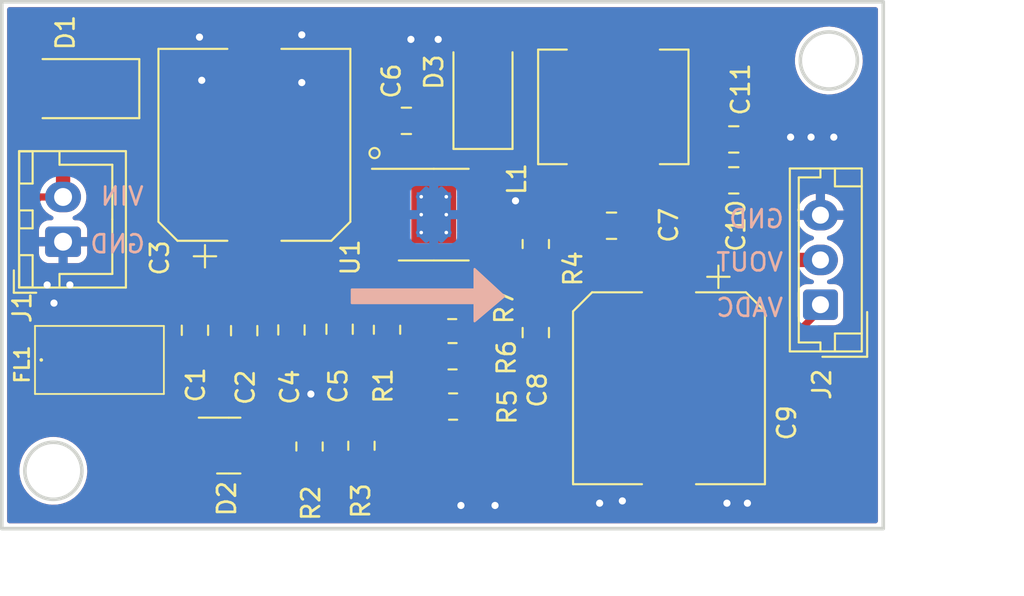
<source format=kicad_pcb>
(kicad_pcb (version 20211014) (generator pcbnew)
  (layers (0 "F.Cu" signal) (31 "B.Cu" signal) (34 "B.Paste" user) (35 "F.Paste" user) (36 "B.SilkS" user "B.Silkscreen") (37 "F.SilkS" user "F.Silkscreen") (38 "B.Mask" user) (39 "F.Mask" user) (44 "Edge.Cuts" user))
  (net 0 "")
  (net 1 "Net-(C1-Pad1)")
  (net 2 "GND")
  (net 3 "Net-(C6-Pad1)")
  (net 4 "Net-(C6-Pad2)")
  (net 5 "Net-(C7-Pad2)")
  (net 6 "Net-(C8-Pad2)")
  (net 7 "VDD")
  (net 8 "Net-(D1-Pad1)")
  (net 10 "/ADC")
  (net 11 "Net-(R1-Pad1)")
  (net 12 "Net-(R5-Pad2)")
  (net 13 "Net-(R6-Pad2)")
  (net 15 "/V_in")
  (footprint "Diode_SMD:D_SMA" (layer "F.Cu") (at 126.46 75.14 180)
    (fp_text reference "D1" (at 0.73 3.131 90) (layer "F.SilkS"))
    (fp_text value "PMEG6030")
    (fp_line (start -3.4 1.65) (end 2 1.65) (layer "F.SilkS") (width 0.12))
    (fp_line (start -3.4 -1.65) (end -3.4 1.65) (layer "F.SilkS") (width 0.12))
    (fp_line (start -3.4 -1.65) (end 2 -1.65) (layer "F.SilkS") (width 0.12))
    (pad "1" smd rect locked (at -2 0 180) (size 2.5 1.8) (layers "F.Cu" "F.Paste" "F.Mask") (net 8 "Net-(D1-Pad1)"))
    (pad "2" smd rect locked (at 2 0 180) (size 2.5 1.8) (layers "F.Cu" "F.Paste" "F.Mask") (net 15 "/V_in"))
  )
  (footprint "Resistor_SMD:R_0805_2012Metric_Pad1.20x1.40mm_HandSolder" (layer "F.Cu") (at 143.7 88.61 -90)
    (fp_text reference "R1" (at 3.14 0.21 90) (layer "F.SilkS"))
    (fp_text value "162K")
    (fp_line (start -0.227064 0.735) (end 0.227064 0.735) (layer "F.SilkS") (width 0.12))
    (fp_line (start -0.227064 -0.735) (end 0.227064 -0.735) (layer "F.SilkS") (width 0.12))
    (pad "1" smd roundrect locked (at -1 0 270) (size 1.2 1.4) (layers "F.Cu" "F.Paste" "F.Mask") (roundrect_rratio 0.2083333333) (net 11 "Net-(R1-Pad1)"))
    (pad "2" smd roundrect locked (at 1 0 270) (size 1.2 1.4) (layers "F.Cu" "F.Paste" "F.Mask") (roundrect_rratio 0.2083333333) (net 2 "GND"))
  )
  (footprint "Capacitor_SMD:C_0805_2012Metric_Pad1.18x1.45mm_HandSolder" (layer "F.Cu") (at 132.97 88.64 -90)
    (fp_text reference "C1" (at 3.05 -0.04 90) (layer "F.SilkS"))
    (fp_text value "10uF")
    (fp_line (start -0.261252 0.735) (end 0.261252 0.735) (layer "F.SilkS") (width 0.12))
    (fp_line (start -0.261252 -0.735) (end 0.261252 -0.735) (layer "F.SilkS") (width 0.12))
    (pad "1" smd roundrect locked (at -1.0375 0 270) (size 1.175 1.45) (layers "F.Cu" "F.Paste" "F.Mask") (roundrect_rratio 0.2127659574) (net 1 "Net-(C1-Pad1)"))
    (pad "2" smd roundrect locked (at 1.0375 0 270) (size 1.175 1.45) (layers "F.Cu" "F.Paste" "F.Mask") (roundrect_rratio 0.2127659574) (net 2 "GND"))
  )
  (footprint "Package_SO:SOIC-8-1EP_3.9x4.9mm_P1.27mm_EP2.514x3.2mm_ThermalVias" (layer "F.Cu") (at 146.31 82.18)
    (fp_text reference "U1" (at -4.66 2.39 90) (layer "F.SilkS"))
    (fp_text value "TPS54360DDA")
    (fp_line (start 0 2.56) (end 1.95 2.56) (layer "F.SilkS") (width 0.12))
    (fp_line (start 0 2.56) (end -1.95 2.56) (layer "F.SilkS") (width 0.12))
    (fp_line (start 0 -2.56) (end -3.45 -2.56) (layer "F.SilkS") (width 0.12))
    (fp_line (start 0 -2.56) (end 1.95 -2.56) (layer "F.SilkS") (width 0.12))
    (pad "1" smd roundrect locked (at -2.6375 -1.905) (size 1.625 0.6) (layers "F.Cu" "F.Paste" "F.Mask") (net 4 "Net-(C6-Pad2)"))
    (pad "2" smd roundrect locked (at -2.6375 -0.635) (size 1.625 0.6) (layers "F.Cu" "F.Paste" "F.Mask") (net 1 "Net-(C1-Pad1)"))
    (pad "3" smd roundrect locked (at -2.6375 0.635) (size 1.625 0.6) (layers "F.Cu" "F.Paste" "F.Mask"))
    (pad "4" smd roundrect locked (at -2.6375 1.905) (size 1.625 0.6) (layers "F.Cu" "F.Paste" "F.Mask") (net 11 "Net-(R1-Pad1)"))
    (pad "5" smd roundrect locked (at 2.6375 1.905) (size 1.625 0.6) (layers "F.Cu" "F.Paste" "F.Mask") (net 13 "Net-(R6-Pad2)"))
    (pad "6" smd roundrect locked (at 2.6375 0.635) (size 1.625 0.6) (layers "F.Cu" "F.Paste" "F.Mask") (net 5 "Net-(C7-Pad2)"))
    (pad "7" smd roundrect locked (at 2.6375 -0.635) (size 1.625 0.6) (layers "F.Cu" "F.Paste" "F.Mask") (net 2 "GND"))
    (pad "8" smd roundrect locked (at 2.6375 -1.905) (size 1.625 0.6) (layers "F.Cu" "F.Paste" "F.Mask") (net 3 "Net-(C6-Pad1)"))
    (pad "9" thru_hole circle locked (at 0.7 1) (size 0.5 0.5) (drill 0.2) (layers *.Cu) (net 2 "GND"))
    (pad "9" smd rect locked (at 0 0) (size 1.9 2.5) (layers "B.Cu") (net 2 "GND"))
    (pad "9" thru_hole circle locked (at -0.7 1) (size 0.5 0.5) (drill 0.2) (layers *.Cu) (net 2 "GND"))
    (pad "9" smd rect locked (at 0 0) (size 2.514 3.2) (layers "F.Cu" "F.Mask") (net 2 "GND"))
    (pad "9" thru_hole circle locked (at -0.7 0) (size 0.5 0.5) (drill 0.2) (layers *.Cu) (net 2 "GND"))
    (pad "9" thru_hole circle locked (at 0.7 -1) (size 0.5 0.5) (drill 0.2) (layers *.Cu) (net 2 "GND"))
    (pad "9" thru_hole circle locked (at 0.7 0) (size 0.5 0.5) (drill 0.2) (layers *.Cu) (net 2 "GND"))
    (pad "9" thru_hole circle locked (at -0.7 -1) (size 0.5 0.5) (drill 0.2) (layers *.Cu) (net 2 "GND"))
  )
  (footprint "Diode_SMD:D_SMA" (layer "F.Cu") (at 149.06 75.11 90)
    (fp_text reference "D3" (at 0.89 -2.74 90) (layer "F.SilkS"))
    (fp_text value "PMEG6030")
    (fp_line (start -3.4 1.65) (end 2 1.65) (layer "F.SilkS") (width 0.12))
    (fp_line (start -3.4 -1.65) (end 2 -1.65) (layer "F.SilkS") (width 0.12))
    (fp_line (start -3.4 -1.65) (end -3.4 1.65) (layer "F.SilkS") (width 0.12))
    (pad "1" smd rect locked (at -2 0 90) (size 2.5 1.8) (layers "F.Cu" "F.Paste" "F.Mask") (net 3 "Net-(C6-Pad1)"))
    (pad "2" smd rect locked (at 2 0 90) (size 2.5 1.8) (layers "F.Cu" "F.Paste" "F.Mask") (net 2 "GND"))
  )
  (footprint "Capacitor_SMD:C_0805_2012Metric_Pad1.18x1.45mm_HandSolder" (layer "F.Cu") (at 156.24 82.8 180)
    (fp_text reference "C7" (at -3.2 0.03 90) (layer "F.SilkS"))
    (fp_text value "39p")
    (fp_line (start -0.261252 0.735) (end 0.261252 0.735) (layer "F.SilkS") (width 0.12))
    (fp_line (start -0.261252 -0.735) (end 0.261252 -0.735) (layer "F.SilkS") (width 0.12))
    (pad "1" smd roundrect locked (at -1.0375 0 180) (size 1.175 1.45) (layers "F.Cu" "F.Paste" "F.Mask") (roundrect_rratio 0.2127659574) (net 2 "GND"))
    (pad "2" smd roundrect locked (at 1.0375 0 180) (size 1.175 1.45) (layers "F.Cu" "F.Paste" "F.Mask") (roundrect_rratio 0.2127659574) (net 5 "Net-(C7-Pad2)"))
  )
  (footprint "Capacitor_SMD:C_0805_2012Metric_Pad1.18x1.45mm_HandSolder" (layer "F.Cu") (at 152.01 88.77 90)
    (fp_text reference "C8" (at -3.21 0.09 90) (layer "F.SilkS"))
    (fp_text value "6.8nF")
    (fp_line (start -0.261252 0.735) (end 0.261252 0.735) (layer "F.SilkS") (width 0.12))
    (fp_line (start -0.261252 -0.735) (end 0.261252 -0.735) (layer "F.SilkS") (width 0.12))
    (pad "1" smd roundrect locked (at -1.0375 0 90) (size 1.175 1.45) (layers "F.Cu" "F.Paste" "F.Mask") (roundrect_rratio 0.2127659574) (net 2 "GND"))
    (pad "2" smd roundrect locked (at 1.0375 0 90) (size 1.175 1.45) (layers "F.Cu" "F.Paste" "F.Mask") (roundrect_rratio 0.2127659574) (net 6 "Net-(C8-Pad2)"))
  )
  (footprint "Capacitor_SMD:C_0805_2012Metric_Pad1.18x1.45mm_HandSolder" (layer "F.Cu") (at 163.068 77.978)
    (fp_text reference "C11" (at 0.381 -2.794 90) (layer "F.SilkS"))
    (fp_text value "0.1uF")
    (fp_line (start -0.261252 -0.735) (end 0.261252 -0.735) (layer "F.SilkS") (width 0.12))
    (fp_line (start -0.261252 0.735) (end 0.261252 0.735) (layer "F.SilkS") (width 0.12))
    (pad "1" smd roundrect locked (at -1.0375 0) (size 1.175 1.45) (layers "F.Cu" "F.Paste" "F.Mask") (roundrect_rratio 0.2127659574) (net 7 "VDD"))
    (pad "2" smd roundrect locked (at 1.0375 0) (size 1.175 1.45) (layers "F.Cu" "F.Paste" "F.Mask") (roundrect_rratio 0.2127659574) (net 2 "GND"))
  )
  (footprint "Capacitor_SMD:C_0805_2012Metric_Pad1.18x1.45mm_HandSolder" (layer "F.Cu") (at 138.36 88.62 -90)
    (fp_text reference "C4" (at 3.19 0.09 90) (layer "F.SilkS"))
    (fp_text value "10uF")
    (fp_line (start -0.261252 0.735) (end 0.261252 0.735) (layer "F.SilkS") (width 0.12))
    (fp_line (start -0.261252 -0.735) (end 0.261252 -0.735) (layer "F.SilkS") (width 0.12))
    (pad "1" smd roundrect locked (at -1.0375 0 270) (size 1.175 1.45) (layers "F.Cu" "F.Paste" "F.Mask") (roundrect_rratio 0.2127659574) (net 1 "Net-(C1-Pad1)"))
    (pad "2" smd roundrect locked (at 1.0375 0 270) (size 1.175 1.45) (layers "F.Cu" "F.Paste" "F.Mask") (roundrect_rratio 0.2127659574) (net 2 "GND"))
  )
  (footprint "Capacitor_SMD:CP_Elec_10x14.3" (layer "F.Cu") (at 136.29 78.28 90)
    (fp_text reference "C3" (at -6.32 -5.29 90) (layer "F.SilkS"))
    (fp_text value "220uF/50V")
    (fp_line (start -4.295563 -5.36) (end 5.36 -5.36) (layer "F.SilkS") (width 0.12))
    (fp_line (start -5.36 4.295563) (end -4.295563 5.36) (layer "F.SilkS") (width 0.12))
    (fp_line (start -6.225 -3.385) (end -6.225 -2.135) (layer "F.SilkS") (width 0.12))
    (fp_line (start -5.36 -4.295563) (end -4.295563 -5.36) (layer "F.SilkS") (width 0.12))
    (fp_line (start 5.36 -5.36) (end 5.36 -1.51) (layer "F.SilkS") (width 0.12))
    (fp_line (start 5.36 5.36) (end 5.36 1.51) (layer "F.SilkS") (width 0.12))
    (fp_line (start -5.36 -4.295563) (end -5.36 -1.51) (layer "F.SilkS") (width 0.12))
    (fp_line (start -6.85 -2.76) (end -5.6 -2.76) (layer "F.SilkS") (width 0.12))
    (fp_line (start -5.36 4.295563) (end -5.36 1.51) (layer "F.SilkS") (width 0.12))
    (fp_line (start -4.295563 5.36) (end 5.36 5.36) (layer "F.SilkS") (width 0.12))
    (pad "1" smd roundrect locked (at -4.2 0 90) (size 4.4 2.5) (layers "F.Cu" "F.Paste" "F.Mask") (roundrect_rratio 0.1) (net 1 "Net-(C1-Pad1)"))
    (pad "2" smd roundrect locked (at 4.2 0 90) (size 4.4 2.5) (layers "F.Cu" "F.Paste" "F.Mask") (roundrect_rratio 0.1) (net 2 "GND"))
  )
  (footprint "Connector_JST:JST_EH_B3B-EH-A_1x03_P2.50mm_Vertical" (layer "F.Cu") (at 167.91 87.21 90)
    (fp_text reference "J2" (at -4.45 0.08 90) (layer "F.SilkS"))
    (fp_text value "Conn_01x03")
    (fp_line (start 7.11 0) (end 7.61 0) (layer "F.SilkS") (width 0.12))
    (fp_line (start -2.11 0) (end -2.11 -1.21) (layer "F.SilkS") (width 0.12))
    (fp_line (start 7.61 0.81) (end 6.61 0.81) (layer "F.SilkS") (width 0.12))
    (fp_line (start -2.61 0) (end -2.11 0) (layer "F.SilkS") (width 0.12))
    (fp_line (start -1.61 0.81) (end -1.61 2.31) (layer "F.SilkS") (width 0.12))
    (fp_line (start 6.61 0.81) (end 6.61 2.31) (layer "F.SilkS") (width 0.12))
    (fp_line (start 7.11 -1.21) (end 7.11 0) (layer "F.SilkS") (width 0.12))
    (fp_line (start -2.91 0.11) (end -2.91 2.61) (layer "F.SilkS") (width 0.12))
    (fp_line (start -2.11 -1.21) (end 7.11 -1.21) (layer "F.SilkS") (width 0.12))
    (fp_line (start 7.61 2.31) (end 7.61 -1.71) (layer "F.SilkS") (width 0.12))
    (fp_line (start 7.61 -1.71) (end -2.61 -1.71) (layer "F.SilkS") (width 0.12))
    (fp_line (start -2.61 -1.71) (end -2.61 2.31) (layer "F.SilkS") (width 0.12))
    (fp_line (start -2.61 2.31) (end 7.61 2.31) (layer "F.SilkS") (width 0.12))
    (fp_line (start -2.61 0.81) (end -1.61 0.81) (layer "F.SilkS") (width 0.12))
    (fp_line (start -2.91 2.61) (end -0.41 2.61) (layer "F.SilkS") (width 0.12))
    (pad "1" thru_hole roundrect locked (at 0 0 90) (size 1.7 1.95) (drill 0.95) (layers *.Cu *.Mask) (roundrect_rratio 0.1470588235) (net 10 "/ADC"))
    (pad "2" thru_hole oval locked (at 2.5 0 90) (size 1.7 1.95) (drill 0.95) (layers *.Cu *.Mask) (net 7 "VDD"))
    (pad "3" thru_hole oval locked (at 5 0 90) (size 1.7 1.95) (drill 0.95) (layers *.Cu *.Mask) (net 2 "GND"))
  )
  (footprint "Apogee:EMI_Filter_NFM41CC102R2A3L" (layer "F.Cu") (at 127.635 90.297)
    (fp_text reference "FL1" (at -4.318 0.254 90) (layer "F.SilkS") (effects (font (size 0.8 0.8))))
    (fp_text value "DSS6" hide)
    (fp_line (start -3.6 1.9) (end -3.6 -1.9) (layer "F.SilkS") (width 0.1))
    (fp_line (start -3.6 -1.9) (end 3.6 -1.9) (layer "F.SilkS") (width 0.1))
    (fp_line (start -3.2 0) (end -3.2 0) (layer "F.SilkS") (width 0.1))
    (fp_line (start 3.6 -1.9) (end 3.6 1.9) (layer "F.SilkS") (width 0.1))
    (fp_line (start 3.6 1.9) (end -3.6 1.9) (layer "F.SilkS") (width 0.1))
    (fp_line (start -3.3 0) (end -3.3 0) (layer "F.SilkS") (width 0.1))
    (fp_arc (start -3.2 0) (mid -3.25 0.05) (end -3.3 0) (layer "F.SilkS") (width 0.1))
    (fp_arc (start -3.3 0) (mid -3.25 -0.05) (end -3.2 0) (layer "F.SilkS") (width 0.1))
    (pad "1" smd rect locked (at -2.375 0 90) (size 1.2 1.25) (layers "F.Cu" "F.Paste" "F.Mask") (net 8 "Net-(D1-Pad1)"))
    (pad "2" smd rect locked (at 0 0.8 90) (size 1 1.5) (layers "F.Cu" "F.Paste" "F.Mask") (net 2 "GND"))
    (pad "3" smd rect locked (at 2.375 0 90) (size 1.2 1.25) (layers "F.Cu" "F.Paste" "F.Mask") (net 1 "Net-(C1-Pad1)"))
    (pad "4" smd rect locked (at 0 -0.8 90) (size 1 1.5) (layers "F.Cu" "F.Paste" "F.Mask") (net 2 "GND"))
  )
  (footprint "Capacitor_SMD:C_0805_2012Metric_Pad1.18x1.45mm_HandSolder" (layer "F.Cu") (at 144.78 76.94 180)
    (fp_text reference "C6" (at 0.84 2.22 90) (layer "F.SilkS"))
    (fp_text value "0.1uF")
    (fp_line (start -0.261252 0.735) (end 0.261252 0.735) (layer "F.SilkS") (width 0.12))
    (fp_line (start -0.261252 -0.735) (end 0.261252 -0.735) (layer "F.SilkS") (width 0.12))
    (pad "1" smd roundrect locked (at -1.0375 0 180) (size 1.175 1.45) (layers "F.Cu" "F.Paste" "F.Mask") (roundrect_rratio 0.2127659574) (net 3 "Net-(C6-Pad1)"))
    (pad "2" smd roundrect locked (at 1.0375 0 180) (size 1.175 1.45) (layers "F.Cu" "F.Paste" "F.Mask") (roundrect_rratio 0.2127659574) (net 4 "Net-(C6-Pad2)"))
  )
  (footprint "Capacitor_SMD:C_0805_2012Metric_Pad1.18x1.45mm_HandSolder" (layer "F.Cu") (at 163.068 80.264)
    (fp_text reference "C10" (at 0.127 2.54 90) (layer "F.SilkS"))
    (fp_text value "10uF")
    (fp_line (start -0.261252 -0.735) (end 0.261252 -0.735) (layer "F.SilkS") (width 0.12))
    (fp_line (start -0.261252 0.735) (end 0.261252 0.735) (layer "F.SilkS") (width 0.12))
    (pad "1" smd roundrect locked (at -1.0375 0) (size 1.175 1.45) (layers "F.Cu" "F.Paste" "F.Mask") (roundrect_rratio 0.2127659574) (net 7 "VDD"))
    (pad "2" smd roundrect locked (at 1.0375 0) (size 1.175 1.45) (layers "F.Cu" "F.Paste" "F.Mask") (roundrect_rratio 0.2127659574) (net 2 "GND"))
  )
  (footprint "Inductor_SMD:L_Neosid_Ms85" (layer "F.Cu") (at 156.34 76.16 90)
    (fp_text reference "L1" (at -4.03 -5.39 90) (layer "F.SilkS"))
    (fp_text value "8.2uH/3A")
    (fp_line (start -3.2 2.6) (end -3.2 4.2) (layer "F.SilkS") (width 0.12))
    (fp_line (start 3.2 -4.2) (end -3.2 -4.2) (layer "F.SilkS") (width 0.12))
    (fp_line (start -3.2 -4.2) (end -3.2 -2.6) (layer "F.SilkS") (width 0.12))
    (fp_line (start 3.2 -2.6) (end 3.2 -4.2) (layer "F.SilkS") (width 0.12))
    (fp_line (start 3.2 4.2) (end 3.2 2.6) (layer "F.SilkS") (width 0.12))
    (fp_line (start -3.2 4.2) (end 3.2 4.2) (layer "F.SilkS") (width 0.12))
    (pad "1" smd rect locked (at -3.4 0 90) (size 2.25 4.5) (layers "F.Cu" "F.Paste" "F.Mask") (net 3 "Net-(C6-Pad1)"))
    (pad "2" smd rect locked (at 3.4 0 90) (size 2.25 4.5) (layers "F.Cu" "F.Paste" "F.Mask") (net 7 "VDD"))
  )
  (footprint "Resistor_SMD:R_0805_2012Metric_Pad1.20x1.40mm_HandSolder" (layer "F.Cu") (at 147.34 87.28 180)
    (fp_text reference "R7" (at -2.9 -0.03 90) (layer "F.SilkS"))
    (fp_text value "10K")
    (fp_line (start -0.227064 0.735) (end 0.227064 0.735) (layer "F.SilkS") (width 0.12))
    (fp_line (start -0.227064 -0.735) (end 0.227064 -0.735) (layer "F.SilkS") (width 0.12))
    (pad "1" smd roundrect locked (at -1 0 180) (size 1.2 1.4) (layers "F.Cu" "F.Paste" "F.Mask") (roundrect_rratio 0.2083333333) (net 13 "Net-(R6-Pad2)"))
    (pad "2" smd roundrect locked (at 1 0 180) (size 1.2 1.4) (layers "F.Cu" "F.Paste" "F.Mask") (roundrect_rratio 0.2083333333) (net 2 "GND"))
  )
  (footprint "Capacitor_SMD:C_0805_2012Metric_Pad1.18x1.45mm_HandSolder" (layer "F.Cu") (at 141.05 88.58 -90)
    (fp_text reference "C5" (at 3.18 0.08 90) (layer "F.SilkS"))
    (fp_text value "0.1uF")
    (fp_line (start -0.261252 -0.735) (end 0.261252 -0.735) (layer "F.SilkS") (width 0.12))
    (fp_line (start -0.261252 0.735) (end 0.261252 0.735) (layer "F.SilkS") (width 0.12))
    (pad "1" smd roundrect locked (at -1.0375 0 270) (size 1.175 1.45) (layers "F.Cu" "F.Paste" "F.Mask") (roundrect_rratio 0.2127659574) (net 1 "Net-(C1-Pad1)"))
    (pad "2" smd roundrect locked (at 1.0375 0 270) (size 1.175 1.45) (layers "F.Cu" "F.Paste" "F.Mask") (roundrect_rratio 0.2127659574) (net 2 "GND"))
  )
  (footprint "Resistor_SMD:R_0805_2012Metric_Pad1.20x1.40mm_HandSolder" (layer "F.Cu") (at 142.27 95.09 -90)
    (fp_text reference "R3" (at 3.081 0.03 -90) (layer "F.SilkS"))
    (fp_text value "0")
    (fp_line (start -0.227064 -0.735) (end 0.227064 -0.735) (layer "F.SilkS") (width 0.12))
    (fp_line (start -0.227064 0.735) (end 0.227064 0.735) (layer "F.SilkS") (width 0.12))
    (pad "1" smd roundrect locked (at -1 0 270) (size 1.2 1.4) (layers "F.Cu" "F.Paste" "F.Mask") (roundrect_rratio 0.2083333333) (net 10 "/ADC"))
    (pad "2" smd roundrect locked (at 1 0 270) (size 1.2 1.4) (layers "F.Cu" "F.Paste" "F.Mask") (roundrect_rratio 0.2083333333) (net 2 "GND"))
  )
  (footprint "Package_TO_SOT_SMD:SOT-23" (layer "F.Cu") (at 134.86 95.08)
    (fp_text reference "D2" (at -0.113 2.964 270) (layer "F.SilkS"))
    (fp_text value "BAT54S")
    (fp_line (start 0 1.56) (end 0.65 1.56) (layer "F.SilkS") (width 0.12))
    (fp_line (start 0 -1.56) (end 0.65 -1.56) (layer "F.SilkS") (width 0.12))
    (fp_line (start 0 1.56) (end -0.65 1.56) (layer "F.SilkS") (width 0.12))
    (fp_line (start 0 -1.56) (end -1.675 -1.56) (layer "F.SilkS") (width 0.12))
    (pad "1" smd roundrect locked (at -0.9375 -0.95) (size 1.475 0.6) (layers "F.Cu" "F.Paste" "F.Mask"))
    (pad "2" smd roundrect locked (at -0.9375 0.95) (size 1.475 0.6) (layers "F.Cu" "F.Paste" "F.Mask") (net 15 "/V_in"))
    (pad "3" smd roundrect locked (at 0.9375 0) (size 1.475 0.6) (layers "F.Cu" "F.Paste" "F.Mask") (net 2 "GND"))
  )
  (footprint "Resistor_SMD:R_0805_2012Metric_Pad1.20x1.40mm_HandSolder" (layer "F.Cu") (at 139.37 95.13 90)
    (fp_text reference "R2" (at -3.168 0.076 270) (layer "F.SilkS"))
    (fp_text value "0")
    (fp_line (start -0.227064 0.735) (end 0.227064 0.735) (layer "F.SilkS") (width 0.12))
    (fp_line (start -0.227064 -0.735) (end 0.227064 -0.735) (layer "F.SilkS") (width 0.12))
    (pad "1" smd roundrect locked (at -1 0 90) (size 1.2 1.4) (layers "F.Cu" "F.Paste" "F.Mask") (roundrect_rratio 0.2083333333) (net 15 "/V_in"))
    (pad "2" smd roundrect locked (at 1 0 90) (size 1.2 1.4) (layers "F.Cu" "F.Paste" "F.Mask") (roundrect_rratio 0.2083333333) (net 10 "/ADC"))
  )
  (footprint "Capacitor_SMD:C_0805_2012Metric_Pad1.18x1.45mm_HandSolder" (layer "F.Cu") (at 135.72 88.66 -90)
    (fp_text reference "C2" (at 3.17 -0.07 90) (layer "F.SilkS"))
    (fp_text value "0.1uF")
    (fp_line (start -0.261252 -0.735) (end 0.261252 -0.735) (layer "F.SilkS") (width 0.12))
    (fp_line (start -0.261252 0.735) (end 0.261252 0.735) (layer "F.SilkS") (width 0.12))
    (pad "1" smd roundrect locked (at -1.0375 0 270) (size 1.175 1.45) (layers "F.Cu" "F.Paste" "F.Mask") (roundrect_rratio 0.2127659574) (net 1 "Net-(C1-Pad1)"))
    (pad "2" smd roundrect locked (at 1.0375 0 270) (size 1.175 1.45) (layers "F.Cu" "F.Paste" "F.Mask") (roundrect_rratio 0.2127659574) (net 2 "GND"))
  )
  (footprint "Resistor_SMD:R_0805_2012Metric_Pad1.20x1.40mm_HandSolder" (layer "F.Cu") (at 147.36 90.09)
    (fp_text reference "R6" (at 3.01 0.08 90) (layer "F.SilkS"))
    (fp_text value "22K")
    (fp_line (start -0.227064 0.735) (end 0.227064 0.735) (layer "F.SilkS") (width 0.12))
    (fp_line (start -0.227064 -0.735) (end 0.227064 -0.735) (layer "F.SilkS") (width 0.12))
    (pad "1" smd roundrect locked (at -1 0) (size 1.2 1.4) (layers "F.Cu" "F.Paste" "F.Mask") (roundrect_rratio 0.2083333333) (net 12 "Net-(R5-Pad2)"))
    (pad "2" smd roundrect locked (at 1 0) (size 1.2 1.4) (layers "F.Cu" "F.Paste" "F.Mask") (roundrect_rratio 0.2083333333) (net 13 "Net-(R6-Pad2)"))
  )
  (footprint "Resistor_SMD:R_0805_2012Metric_Pad1.20x1.40mm_HandSolder" (layer "F.Cu") (at 147.39 92.9 180)
    (fp_text reference "R5" (at -3.03 -0.02 270) (layer "F.SilkS"))
    (fp_text value "100K")
    (fp_line (start -0.227064 0.735) (end 0.227064 0.735) (layer "F.SilkS") (width 0.12))
    (fp_line (start -0.227064 -0.735) (end 0.227064 -0.735) (layer "F.SilkS") (width 0.12))
    (pad "1" smd roundrect locked (at -1 0 180) (size 1.2 1.4) (layers "F.Cu" "F.Paste" "F.Mask") (roundrect_rratio 0.2083333333) (net 7 "VDD"))
    (pad "2" smd roundrect locked (at 1 0 180) (size 1.2 1.4) (layers "F.Cu" "F.Paste" "F.Mask") (roundrect_rratio 0.2083333333) (net 12 "Net-(R5-Pad2)"))
  )
  (footprint "Connector_JST:JST_XH_B2B-XH-A_1x02_P2.50mm_Vertical" (layer "F.Cu") (at 125.603 83.693 90)
    (fp_text reference "J1" (at -3.683 -2.286 90) (layer "F.SilkS"))
    (fp_text value "Conn_01x02")
    (fp_line (start -2.56 3.51) (end 5.06 3.51) (layer "F.SilkS") (width 0.12))
    (fp_line (start -2.56 -2.46) (end -2.56 3.51) (layer "F.SilkS") (width 0.12))
    (fp_line (start 5.06 -2.46) (end -2.56 -2.46) (layer "F.SilkS") (width 0.12))
    (fp_line (start 3.25 -1.7) (end 5.05 -1.7) (layer "F.SilkS") (width 0.12))
    (fp_line (start -2.55 -1.7) (end -0.75 -1.7) (layer "F.SilkS") (width 0.12))
    (fp_line (start 5.06 3.51) (end 5.06 -2.46) (layer "F.SilkS") (width 0.12))
    (fp_line (start 3.25 -2.45) (end 3.25 -1.7) (layer "F.SilkS") (width 0.12))
    (fp_line (start 0.75 -1.7) (end 1.75 -1.7) (layer "F.SilkS") (width 0.12))
    (fp_line (start -2.55 -0.2) (end -1.8 -0.2) (layer "F.SilkS") (width 0.12))
    (fp_line (start 4.3 2.75) (end 1.25 2.75) (layer "F.SilkS") (width 0.12))
    (fp_line (start -2.55 -2.45) (end -2.55 -1.7) (layer "F.SilkS") (width 0.12))
    (fp_line (start -1.8 -0.2) (end -1.8 2.75) (layer "F.SilkS") (width 0.12))
    (fp_line (start -0.75 -2.45) (end -2.55 -2.45) (layer "F.SilkS") (width 0.12))
    (fp_line (start 1.75 -1.7) (end 1.75 -2.45) (layer "F.SilkS") (width 0.12))
    (fp_line (start 5.05 -2.45) (end 3.25 -2.45) (layer "F.SilkS") (width 0.12))
    (fp_line (start -1.8 2.75) (end 1.25 2.75) (layer "F.SilkS") (width 0.12))
    (fp_line (start 0.75 -2.45) (end 0.75 -1.7) (layer "F.SilkS") (width 0.12))
    (fp_line (start 5.05 -1.7) (end 5.05 -2.45) (layer "F.SilkS") (width 0.12))
    (fp_line (start 1.75 -2.45) (end 0.75 -2.45) (layer "F.SilkS") (width 0.12))
    (fp_line (start 5.05 -0.2) (end 4.3 -0.2) (layer "F.SilkS") (width 0.12))
    (fp_line (start 4.3 -0.2) (end 4.3 2.75) (layer "F.SilkS") (width 0.12))
    (fp_line (start -2.85 -2.75) (end -2.85 -1.5) (layer "F.SilkS") (width 0.12))
    (fp_line (start -0.75 -1.7) (end -0.75 -2.45) (layer "F.SilkS") (width 0.12))
    (fp_line (start -1.6 -2.75) (end -2.85 -2.75) (layer "F.SilkS") (width 0.12))
    (pad "1" thru_hole roundrect locked (at 0 0 90) (size 1.7 2) (drill 1) (layers *.Cu *.Mask) (roundrect_rratio 0.1470588235) (net 2 "GND"))
    (pad "2" thru_hole oval locked (at 2.5 0 90) (size 1.7 2) (drill 1) (layers *.Cu *.Mask) (net 15 "/V_in"))
  )
  (footprint "Resistor_SMD:R_0805_2012Metric_Pad1.20x1.40mm_HandSolder" (layer "F.Cu") (at 152.01 83.82 -90)
    (fp_text reference "R4" (at 1.38 -2.08 90) (layer "F.SilkS"))
    (fp_text value "13K")
    (fp_line (start -0.227064 -0.735) (end 0.227064 -0.735) (layer "F.SilkS") (width 0.12))
    (fp_line (start -0.227064 0.735) (end 0.227064 0.735) (layer "F.SilkS") (width 0.12))
    (pad "1" smd roundrect locked (at -1 0 270) (size 1.2 1.4) (layers "F.Cu" "F.Paste" "F.Mask") (roundrect_rratio 0.2083333333) (net 5 "Net-(C7-Pad2)"))
    (pad "2" smd roundrect locked (at 1 0 270) (size 1.2 1.4) (layers "F.Cu" "F.Paste" "F.Mask") (roundrect_rratio 0.2083333333) (net 6 "Net-(C8-Pad2)"))
  )
  (footprint "Capacitor_SMD:CP_Elec_10x14.3" (layer "F.Cu") (at 159.45 91.8775 -90)
    (fp_text reference "C9" (at 1.9325 -6.58 90) (layer "F.SilkS"))
    (fp_text value "100uF/35V")
    (fp_line (start -5.36 -4.295563) (end -5.36 -1.51) (layer "F.SilkS") (width 0.12))
    (fp_line (start -6.225 -3.385) (end -6.225 -2.135) (layer "F.SilkS") (width 0.12))
    (fp_line (start -5.36 -4.295563) (end -4.295563 -5.36) (layer "F.SilkS") (width 0.12))
    (fp_line (start -6.85 -2.76) (end -5.6 -2.76) (layer "F.SilkS") (width 0.12))
    (fp_line (start -4.295563 5.36) (end 5.36 5.36) (layer "F.SilkS") (width 0.12))
    (fp_line (start -5.36 4.295563) (end -4.295563 5.36) (layer "F.SilkS") (width 0.12))
    (fp_line (start 5.36 5.36) (end 5.36 1.51) (layer "F.SilkS") (width 0.12))
    (fp_line (start 5.36 -5.36) (end 5.36 -1.51) (layer "F.SilkS") (width 0.12))
    (fp_line (start -4.295563 -5.36) (end 5.36 -5.36) (layer "F.SilkS") (width 0.12))
    (fp_line (start -5.36 4.295563) (end -5.36 1.51) (layer "F.SilkS") (width 0.12))
    (pad "1" smd roundrect locked (at -4.2 0 270) (size 4.4 2.5) (layers "F.Cu" "F.Paste" "F.Mask") (roundrect_rratio 0.1) (net 7 "VDD"))
    (pad "2" smd roundrect locked (at 4.2 0 270) (size 4.4 2.5) (layers "F.Cu" "F.Paste" "F.Mask") (roundrect_rratio 0.1) (net 2 "GND"))
  )
  (gr_poly (pts (xy 150.241 86.741) (xy 148.59 88.138) (xy 148.59 87.122) (xy 141.732 87.122) (xy 141.732 86.36) (xy 148.59 86.36) (xy 148.59 85.217)) (layer "B.SilkS") (width 0.12) (fill solid))
  (gr_circle (center 143.002 78.74) (end 143.256 78.867) (layer "F.SilkS") (width 0.12) (fill none))
  (gr_rect (start 122.18 70.29) (end 171.42 99.72) (layer "Edge.Cuts") (width 0.2) (fill none))
  (gr_circle (center 125.06 96.49) (end 126.655055 96.49) (layer "Edge.Cuts") (width 0.2) (fill none))
  (gr_circle (center 168.38 73.57) (end 169.975055 73.57) (layer "Edge.Cuts") (width 0.2) (fill none))
  (gr_text "VOUT" (at 163.957 84.836) (layer "B.SilkS") (effects (font (size 1 1)) (justify mirror)))
  (gr_text "GND" (at 164.338 82.423) (layer "B.SilkS") (effects (font (size 1 1)) (justify mirror)))
  (gr_text "VIN" (at 128.905 81.153) (layer "B.SilkS") (effects (font (size 1 1)) (justify mirror)))
  (gr_text "VADC" (at 163.957 87.376) (layer "B.SilkS") (effects (font (size 1 1)) (justify mirror)))
  (gr_text "GND" (at 128.651 83.82) (layer "B.SilkS") (effects (font (size 1 1)) (justify mirror)))
  (segment (start 136.29 82.48) (end 136.29 87.0525) (width 0.8) (layer "F.Cu") (net 1))
  (segment (start 130.01 90.297) (end 130.01 89.065) (width 0.8) (layer "F.Cu") (net 1))
  (segment (start 141.097 82.931) (end 141.097 87.4955) (width 0.8) (layer "F.Cu") (net 1))
  (segment (start 141.097 87.4955) (end 141.05 87.5425) (width 0.8) (layer "F.Cu") (net 1))
  (segment (start 131.5325 87.5425) (end 141.05 87.5425) (width 0.8) (layer "F.Cu") (net 1))
  (segment (start 142.483 81.545) (end 141.097 82.931) (width 0.8) (layer "F.Cu") (net 1))
  (segment (start 130.01 89.065) (end 131.5325 87.5425) (width 0.8) (layer "F.Cu") (net 1))
  (segment (start 136.29 87.0525) (end 135.72 87.6225) (width 0.8) (layer "F.Cu") (net 1))
  (segment (start 143.6725 81.545) (end 142.483 81.545) (width 0.8) (layer "F.Cu") (net 1))
  (via (at 162.687 98.298) (size 0.8) (drill 0.4) (layers "F.Cu" "B.Cu") (net 2))
  (via (at 139.446 92.202) (size 0.8) (drill 0.4) (layers "F.Cu" "B.Cu") (net 2))
  (via (at 138.938 74.803) (size 0.8) (drill 0.4) (layers "F.Cu" "B.Cu") (net 2))
  (via (at 133.223 72.263) (size 0.8) (drill 0.4) (layers "F.Cu" "B.Cu") (net 2))
  (via (at 125.095 87.122) (size 0.8) (drill 0.4) (layers "F.Cu" "B.Cu") (net 2))
  (via (at 150.876 81.407) (size 0.8) (drill 0.4) (layers "F.Cu" "B.Cu") (net 2))
  (via (at 168.656 77.851) (size 0.8) (drill 0.4) (layers "F.Cu" "B.Cu") (net 2))
  (via (at 155.575 98.298) (size 0.8) (drill 0.4) (layers "F.Cu" "B.Cu") (net 2))
  (via (at 167.386 77.851) (size 0.8) (drill 0.4) (layers "F.Cu" "B.Cu") (net 2))
  (via (at 163.83 98.298) (size 0.8) (drill 0.4) (layers "F.Cu" "B.Cu") (net 2))
  (via (at 146.558 72.39) (size 0.8) (drill 0.4) (layers "F.Cu" "B.Cu") (net 2))
  (via (at 138.938 72.136) (size 0.8) (drill 0.4) (layers "F.Cu" "B.Cu") (net 2))
  (via (at 149.733 98.425) (size 0.8) (drill 0.4) (layers "F.Cu" "B.Cu") (net 2))
  (via (at 124.714 86.106) (size 0.8) (drill 0.4) (layers "F.Cu" "B.Cu") (net 2))
  (via (at 147.828 98.425) (size 0.8) (drill 0.4) (layers "F.Cu" "B.Cu") (net 2))
  (via (at 156.845 98.171) (size 0.8) (drill 0.4) (layers "F.Cu" "B.Cu") (net 2))
  (via (at 145.034 72.39) (size 0.8) (drill 0.4) (layers "F.Cu" "B.Cu") (net 2))
  (via (at 166.243 77.851) (size 0.8) (drill 0.4) (layers "F.Cu" "B.Cu") (net 2))
  (via (at 133.35 74.676) (size 0.8) (drill 0.4) (layers "F.Cu" "B.Cu") (net 2))
  (via (at 125.984 86.106) (size 0.8) (drill 0.4) (layers "F.Cu" "B.Cu") (net 2))
  (segment (start 148.9475 80.275) (end 148.9475 77.2225) (width 0.8) (layer "F.Cu") (net 3))
  (segment (start 145.8175 76.94) (end 148.89 76.94) (width 0.4) (layer "F.Cu") (net 3))
  (segment (start 148.9475 77.2225) (end 149.06 77.11) (width 0.8) (layer "F.Cu") (net 3))
  (segment (start 148.89 76.94) (end 149.06 77.11) (width 0.4) (layer "F.Cu") (net 3))
  (segment (start 153.89 77.11) (end 156.34 79.56) (width 0.8) (layer "F.Cu") (net 3))
  (segment (start 149.06 77.11) (end 153.89 77.11) (width 0.8) (layer "F.Cu") (net 3))
  (segment (start 143.6725 80.275) (end 143.6725 77.01) (width 0.4) (layer "F.Cu") (net 4))
  (segment (start 143.6725 77.01) (end 143.7425 76.94) (width 0.4) (layer "F.Cu") (net 4))
  (segment (start 148.9475 82.815) (end 155.1875 82.815) (width 0.4) (layer "F.Cu") (net 5))
  (segment (start 155.1875 82.815) (end 155.2025 82.8) (width 0.4) (layer "F.Cu") (net 5))
  (segment (start 152.01 87.7325) (end 152.01 84.82) (width 0.4) (layer "F.Cu") (net 6))
  (segment (start 162.0305 80.264) (end 160.909 80.264) (width 0.8) (layer "F.Cu") (net 7))
  (segment (start 162.0305 77.978) (end 160.528 77.978) (width 0.8) (layer "F.Cu") (net 7))
  (segment (start 160.528 86.5995) (end 159.45 87.6775) (width 0.8) (layer "F.Cu") (net 7))
  (segment (start 154.2275 92.9) (end 159.45 87.6775) (width 0.4) (layer "F.Cu") (net 7))
  (segment (start 158.104 72.76) (end 160.528 75.184) (width 0.8) (layer "F.Cu") (net 7))
  (segment (start 160.909 80.264) (end 160.528 79.883) (width 0.8) (layer "F.Cu") (net 7))
  (segment (start 160.528 79.883) (end 160.528 86.5995) (width 0.8) (layer "F.Cu") (net 7))
  (segment (start 148.39 92.9) (end 154.2275 92.9) (width 0.4) (layer "F.Cu") (net 7))
  (segment (start 160.528 77.978) (end 160.528 79.883) (width 0.8) (layer "F.Cu") (net 7))
  (segment (start 160.528 75.184) (end 160.528 77.978) (width 0.8) (layer "F.Cu") (net 7))
  (segment (start 156.34 72.76) (end 158.104 72.76) (width 0.8) (layer "F.Cu") (net 7))
  (segment (start 159.45 87.6775) (end 162.4175 84.71) (width 0.8) (layer "F.Cu") (net 7))
  (segment (start 162.4175 84.71) (end 167.91 84.71) (width 0.8) (layer "F.Cu") (net 7))
  (segment (start 125.26 90.297) (end 125.26 88.735) (width 0.8) (layer "F.Cu") (net 8))
  (segment (start 125.26 88.735) (end 128.46 85.535) (width 0.8) (layer "F.Cu") (net 8))
  (segment (start 128.46 85.535) (end 128.46 75.14) (width 0.8) (layer "F.Cu") (net 8))
  (segment (start 167.91 87.487) (end 167.91 87.21) (width 0.4) (layer "F.Cu") (net 10))
  (segment (start 144.653 94.996) (end 154.559 94.996) (width 0.4) (layer "F.Cu") (net 10))
  (segment (start 142.27 94.09) (end 143.747 94.09) (width 0.4) (layer "F.Cu") (net 10))
  (segment (start 139.37 94.13) (end 142.23 94.13) (width 0.4) (layer "F.Cu") (net 10))
  (segment (start 158.115 91.44) (end 163.957 91.44) (width 0.4) (layer "F.Cu") (net 10))
  (segment (start 163.957 91.44) (end 167.91 87.487) (width 0.4) (layer "F.Cu") (net 10))
  (segment (start 143.747 94.09) (end 144.653 94.996) (width 0.4) (layer "F.Cu") (net 10))
  (segment (start 142.23 94.13) (end 142.27 94.09) (width 0.4) (layer "F.Cu") (net 10))
  (segment (start 154.559 94.996) (end 158.115 91.44) (width 0.4) (layer "F.Cu") (net 10))
  (segment (start 143.7 84.1125) (end 143.6725 84.085) (width 0.4) (layer "F.Cu") (net 11))
  (segment (start 143.7 87.61) (end 143.7 84.1125) (width 0.4) (layer "F.Cu") (net 11))
  (segment (start 146.39 92.9) (end 146.39 90.12) (width 0.4) (layer "F.Cu") (net 12))
  (segment (start 146.39 90.12) (end 146.36 90.09) (width 0.4) (layer "F.Cu") (net 12))
  (segment (start 148.36 84.6725) (end 148.9475 84.085) (width 0.4) (layer "F.Cu") (net 13))
  (segment (start 148.36 90.09) (end 148.36 84.6725) (width 0.4) (layer "F.Cu") (net 13))
  (segment (start 124.293 81.193) (end 125.603 81.193) (width 0.4) (layer "F.Cu") (net 15))
  (segment (start 133.9225 96.03) (end 130.955 96.03) (width 0.4) (layer "F.Cu") (net 15))
  (segment (start 130.955 96.03) (end 128.27 93.345) (width 0.4) (layer "F.Cu") (net 15))
  (segment (start 125.603 76.283) (end 124.46 75.14) (width 0.8) (layer "F.Cu") (net 15))
  (segment (start 124.079 93.345) (end 123.317 92.583) (width 0.4) (layer "F.Cu") (net 15))
  (segment (start 123.317 92.583) (end 123.317 82.169) (width 0.4) (layer "F.Cu") (net 15))
  (segment (start 128.27 93.345) (end 124.079 93.345) (width 0.4) (layer "F.Cu") (net 15))
  (segment (start 139.27 96.03) (end 139.37 96.13) (width 0.4) (layer "F.Cu") (net 15))
  (segment (start 125.603 81.193) (end 125.603 76.283) (width 0.8) (layer "F.Cu") (net 15))
  (segment (start 123.317 82.169) (end 124.293 81.193) (width 0.4) (layer "F.Cu") (net 15))
  (segment (start 133.9225 96.03) (end 139.27 96.03) (width 0.4) (layer "F.Cu") (net 15))
  (zone locked (net 2) (net_name "GND") (layers F&B.Cu) (connect_pads (clearance 0.3)) (min_thickness 0.254) (fill yes (thermal_gap 0.35) (thermal_bridge_width 0.508))
    (polygon (pts (xy 171.41 99.74) (xy 122.19 99.71) (xy 122.21 70.31) (xy 171.4 70.31)))
  )
)
</source>
